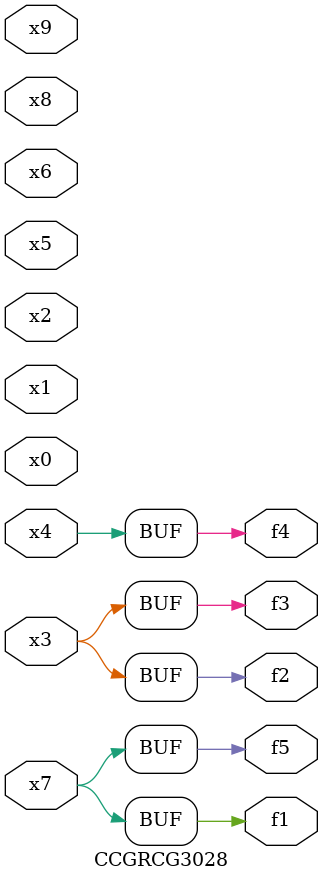
<source format=v>
module CCGRCG3028(
	input x0, x1, x2, x3, x4, x5, x6, x7, x8, x9,
	output f1, f2, f3, f4, f5
);
	assign f1 = x7;
	assign f2 = x3;
	assign f3 = x3;
	assign f4 = x4;
	assign f5 = x7;
endmodule

</source>
